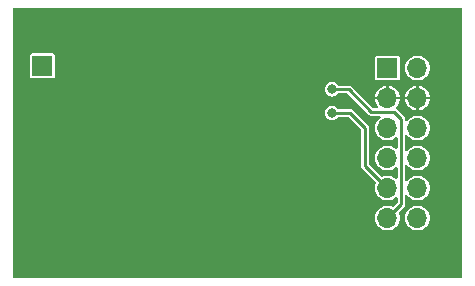
<source format=gbr>
%TF.GenerationSoftware,KiCad,Pcbnew,7.0.1*%
%TF.CreationDate,2023-04-28T09:34:28+02:00*%
%TF.ProjectId,RA01_ANT,52413031-5f41-44e5-942e-6b696361645f,rev?*%
%TF.SameCoordinates,Original*%
%TF.FileFunction,Copper,L2,Bot*%
%TF.FilePolarity,Positive*%
%FSLAX46Y46*%
G04 Gerber Fmt 4.6, Leading zero omitted, Abs format (unit mm)*
G04 Created by KiCad (PCBNEW 7.0.1) date 2023-04-28 09:34:28*
%MOMM*%
%LPD*%
G01*
G04 APERTURE LIST*
%TA.AperFunction,ComponentPad*%
%ADD10R,1.700000X1.700000*%
%TD*%
%TA.AperFunction,ComponentPad*%
%ADD11O,1.700000X1.700000*%
%TD*%
%TA.AperFunction,ViaPad*%
%ADD12C,0.800000*%
%TD*%
%TA.AperFunction,Conductor*%
%ADD13C,0.250000*%
%TD*%
G04 APERTURE END LIST*
D10*
%TO.P,J1,1,Pin_1*%
%TO.N,VCC*%
X149860000Y-43180000D03*
D11*
%TO.P,J1,2,Pin_2*%
X152400000Y-43180000D03*
%TO.P,J1,3,Pin_3*%
%TO.N,GND*%
X149860000Y-45720000D03*
%TO.P,J1,4,Pin_4*%
X152400000Y-45720000D03*
%TO.P,J1,5,Pin_5*%
%TO.N,SCK*%
X149860000Y-48260000D03*
%TO.P,J1,6,Pin_6*%
%TO.N,unconnected-(J1-Pin_6-Pad6)*%
X152400000Y-48260000D03*
%TO.P,J1,7,Pin_7*%
%TO.N,MISO*%
X149860000Y-50800000D03*
%TO.P,J1,8,Pin_8*%
%TO.N,unconnected-(J1-Pin_8-Pad8)*%
X152400000Y-50800000D03*
%TO.P,J1,9,Pin_9*%
%TO.N,MOSI*%
X149860000Y-53340000D03*
%TO.P,J1,10,Pin_10*%
%TO.N,nRESET*%
X152400000Y-53340000D03*
%TO.P,J1,11,Pin_11*%
%TO.N,nCS*%
X149860000Y-55880000D03*
%TO.P,J1,12,Pin_12*%
%TO.N,DIO0*%
X152400000Y-55880000D03*
%TD*%
D10*
%TO.P,J2,1,Pin_1*%
%TO.N,Net-(J2-Pin_1)*%
X120650000Y-42990000D03*
%TD*%
D12*
%TO.N,GND*%
X131445000Y-55880000D03*
X126365000Y-55880000D03*
%TO.N,nCS*%
X145160000Y-44990000D03*
%TO.N,MOSI*%
X145160000Y-46990000D03*
%TD*%
D13*
%TO.N,nCS*%
X151035000Y-54705000D02*
X151035000Y-47530000D01*
X149860000Y-55880000D02*
X151035000Y-54705000D01*
X151035000Y-47530000D02*
X150400000Y-46895000D01*
X148495000Y-46895000D02*
X146590000Y-44990000D01*
X146590000Y-44990000D02*
X145160000Y-44990000D01*
X150400000Y-46895000D02*
X148495000Y-46895000D01*
%TO.N,MOSI*%
X149860000Y-53340000D02*
X147955000Y-51435000D01*
X146685000Y-46990000D02*
X145160000Y-46990000D01*
X147955000Y-48260000D02*
X146685000Y-46990000D01*
X147955000Y-51435000D02*
X147955000Y-48260000D01*
%TD*%
%TA.AperFunction,Conductor*%
%TO.N,GND*%
G36*
X156135000Y-38138763D02*
G01*
X156171237Y-38175000D01*
X156184500Y-38224500D01*
X156184500Y-60835500D01*
X156171237Y-60885000D01*
X156135000Y-60921237D01*
X156085500Y-60934500D01*
X118234500Y-60934500D01*
X118185000Y-60921237D01*
X118148763Y-60885000D01*
X118135500Y-60835500D01*
X118135500Y-46990000D01*
X144554318Y-46990000D01*
X144574955Y-47146761D01*
X144635464Y-47292841D01*
X144731717Y-47418282D01*
X144790849Y-47463655D01*
X144857159Y-47514536D01*
X145003238Y-47575044D01*
X145160000Y-47595682D01*
X145316762Y-47575044D01*
X145462841Y-47514536D01*
X145588282Y-47418282D01*
X145609742Y-47390315D01*
X145637429Y-47354233D01*
X145672184Y-47325710D01*
X145715971Y-47315500D01*
X146509166Y-47315500D01*
X146547052Y-47323036D01*
X146579170Y-47344496D01*
X147600504Y-48365831D01*
X147621964Y-48397949D01*
X147629500Y-48435835D01*
X147629500Y-51416466D01*
X147629123Y-51425096D01*
X147625735Y-51463807D01*
X147635795Y-51501350D01*
X147637663Y-51509778D01*
X147644411Y-51548042D01*
X147644412Y-51548045D01*
X147645166Y-51549352D01*
X147655055Y-51573225D01*
X147655446Y-51574685D01*
X147677732Y-51606514D01*
X147682370Y-51613794D01*
X147701803Y-51647452D01*
X147701805Y-51647454D01*
X147701806Y-51647455D01*
X147731583Y-51672441D01*
X147737938Y-51678264D01*
X148871497Y-52811823D01*
X148894147Y-52846953D01*
X148900281Y-52888299D01*
X148888805Y-52928492D01*
X148884767Y-52936045D01*
X148824699Y-53134066D01*
X148804416Y-53339999D01*
X148824699Y-53545933D01*
X148884767Y-53743952D01*
X148884768Y-53743954D01*
X148982315Y-53926450D01*
X149113590Y-54086410D01*
X149273550Y-54217685D01*
X149456046Y-54315232D01*
X149654066Y-54375300D01*
X149860000Y-54395583D01*
X150065934Y-54375300D01*
X150263954Y-54315232D01*
X150446450Y-54217685D01*
X150547694Y-54134596D01*
X150598381Y-54112869D01*
X150652828Y-54121629D01*
X150694141Y-54158159D01*
X150709500Y-54211124D01*
X150709500Y-54529167D01*
X150701964Y-54567053D01*
X150680503Y-54599171D01*
X150388175Y-54891497D01*
X150353044Y-54914148D01*
X150311696Y-54920281D01*
X150271503Y-54908803D01*
X150263952Y-54904766D01*
X150065933Y-54844699D01*
X149860000Y-54824416D01*
X149654066Y-54844699D01*
X149456047Y-54904767D01*
X149273549Y-55002315D01*
X149113590Y-55133590D01*
X148982315Y-55293549D01*
X148884767Y-55476047D01*
X148824699Y-55674066D01*
X148804416Y-55880000D01*
X148824699Y-56085933D01*
X148884767Y-56283952D01*
X148884768Y-56283954D01*
X148982315Y-56466450D01*
X149113590Y-56626410D01*
X149273550Y-56757685D01*
X149456046Y-56855232D01*
X149654066Y-56915300D01*
X149860000Y-56935583D01*
X150065934Y-56915300D01*
X150263954Y-56855232D01*
X150446450Y-56757685D01*
X150606410Y-56626410D01*
X150737685Y-56466450D01*
X150835232Y-56283954D01*
X150895300Y-56085934D01*
X150915583Y-55880000D01*
X151344416Y-55880000D01*
X151364699Y-56085933D01*
X151424767Y-56283952D01*
X151424768Y-56283954D01*
X151522315Y-56466450D01*
X151653590Y-56626410D01*
X151813550Y-56757685D01*
X151996046Y-56855232D01*
X152194066Y-56915300D01*
X152400000Y-56935583D01*
X152605934Y-56915300D01*
X152803954Y-56855232D01*
X152986450Y-56757685D01*
X153146410Y-56626410D01*
X153277685Y-56466450D01*
X153375232Y-56283954D01*
X153435300Y-56085934D01*
X153455583Y-55880000D01*
X153435300Y-55674066D01*
X153375232Y-55476046D01*
X153277685Y-55293550D01*
X153146410Y-55133590D01*
X152986450Y-55002315D01*
X152803954Y-54904768D01*
X152803953Y-54904767D01*
X152803952Y-54904767D01*
X152605933Y-54844699D01*
X152400000Y-54824416D01*
X152194066Y-54844699D01*
X151996047Y-54904767D01*
X151813549Y-55002315D01*
X151653590Y-55133590D01*
X151522315Y-55293549D01*
X151424767Y-55476047D01*
X151364699Y-55674066D01*
X151344416Y-55880000D01*
X150915583Y-55880000D01*
X150895300Y-55674066D01*
X150835232Y-55476046D01*
X150831196Y-55468495D01*
X150819718Y-55428301D01*
X150825851Y-55386953D01*
X150848500Y-55351824D01*
X151252066Y-54948258D01*
X151258410Y-54942444D01*
X151288194Y-54917455D01*
X151307632Y-54883785D01*
X151312254Y-54876529D01*
X151334554Y-54844684D01*
X151334942Y-54843232D01*
X151344838Y-54819343D01*
X151345588Y-54818045D01*
X151352335Y-54779777D01*
X151354201Y-54771359D01*
X151364264Y-54733807D01*
X151360876Y-54695093D01*
X151360500Y-54686466D01*
X151360500Y-54005965D01*
X151378559Y-53948960D01*
X151426148Y-53912752D01*
X151485904Y-53910551D01*
X151536028Y-53943160D01*
X151653590Y-54086410D01*
X151813550Y-54217685D01*
X151996046Y-54315232D01*
X152194066Y-54375300D01*
X152400000Y-54395583D01*
X152605934Y-54375300D01*
X152803954Y-54315232D01*
X152986450Y-54217685D01*
X153146410Y-54086410D01*
X153277685Y-53926450D01*
X153375232Y-53743954D01*
X153435300Y-53545934D01*
X153455583Y-53340000D01*
X153435300Y-53134066D01*
X153375232Y-52936046D01*
X153277685Y-52753550D01*
X153146410Y-52593590D01*
X152986450Y-52462315D01*
X152803954Y-52364768D01*
X152803953Y-52364767D01*
X152803952Y-52364767D01*
X152605933Y-52304699D01*
X152400000Y-52284416D01*
X152194066Y-52304699D01*
X151996047Y-52364767D01*
X151813549Y-52462315D01*
X151653590Y-52593590D01*
X151536028Y-52736840D01*
X151485904Y-52769449D01*
X151426148Y-52767248D01*
X151378559Y-52731040D01*
X151360500Y-52674035D01*
X151360500Y-51465965D01*
X151378559Y-51408960D01*
X151426148Y-51372752D01*
X151485904Y-51370551D01*
X151536028Y-51403160D01*
X151578323Y-51454697D01*
X151653590Y-51546410D01*
X151813550Y-51677685D01*
X151996046Y-51775232D01*
X152194065Y-51835299D01*
X152194066Y-51835300D01*
X152399999Y-51855583D01*
X152399999Y-51855582D01*
X152400000Y-51855583D01*
X152605934Y-51835300D01*
X152803954Y-51775232D01*
X152986450Y-51677685D01*
X153146410Y-51546410D01*
X153277685Y-51386450D01*
X153375232Y-51203954D01*
X153435300Y-51005934D01*
X153455583Y-50800000D01*
X153435300Y-50594066D01*
X153375232Y-50396046D01*
X153277685Y-50213550D01*
X153146410Y-50053590D01*
X152986450Y-49922315D01*
X152803954Y-49824768D01*
X152803953Y-49824767D01*
X152803952Y-49824767D01*
X152605933Y-49764699D01*
X152399999Y-49744416D01*
X152194066Y-49764699D01*
X151996047Y-49824767D01*
X151813549Y-49922315D01*
X151653590Y-50053590D01*
X151536028Y-50196840D01*
X151485904Y-50229449D01*
X151426148Y-50227248D01*
X151378559Y-50191040D01*
X151360500Y-50134035D01*
X151360500Y-48925965D01*
X151378559Y-48868960D01*
X151426148Y-48832752D01*
X151485904Y-48830551D01*
X151536028Y-48863160D01*
X151653590Y-49006410D01*
X151813550Y-49137685D01*
X151996046Y-49235232D01*
X152194066Y-49295300D01*
X152400000Y-49315583D01*
X152605934Y-49295300D01*
X152803954Y-49235232D01*
X152986450Y-49137685D01*
X153146410Y-49006410D01*
X153277685Y-48846450D01*
X153375232Y-48663954D01*
X153435300Y-48465934D01*
X153455583Y-48260000D01*
X153435300Y-48054066D01*
X153375232Y-47856046D01*
X153277685Y-47673550D01*
X153146410Y-47513590D01*
X152986450Y-47382315D01*
X152803954Y-47284768D01*
X152803953Y-47284767D01*
X152803952Y-47284767D01*
X152605933Y-47224699D01*
X152400000Y-47204416D01*
X152194066Y-47224699D01*
X151996047Y-47284767D01*
X151813549Y-47382315D01*
X151653590Y-47513590D01*
X151536028Y-47656840D01*
X151485904Y-47689449D01*
X151426148Y-47687248D01*
X151378559Y-47651040D01*
X151360500Y-47594035D01*
X151360500Y-47548534D01*
X151360877Y-47539904D01*
X151364264Y-47501193D01*
X151354205Y-47463655D01*
X151352335Y-47455220D01*
X151351543Y-47450732D01*
X151345588Y-47416955D01*
X151344834Y-47415650D01*
X151334943Y-47391768D01*
X151334942Y-47391765D01*
X151334554Y-47390316D01*
X151312260Y-47358477D01*
X151307633Y-47351215D01*
X151288194Y-47317545D01*
X151258428Y-47292568D01*
X151252060Y-47286734D01*
X150643268Y-46677942D01*
X150637434Y-46671574D01*
X150612455Y-46641805D01*
X150606858Y-46638574D01*
X150572719Y-46605801D01*
X150557692Y-46560926D01*
X150565211Y-46514203D01*
X150593559Y-46476309D01*
X150606054Y-46466054D01*
X150737269Y-46306170D01*
X150834768Y-46123763D01*
X150894808Y-45925835D01*
X150905232Y-45820000D01*
X151354767Y-45820000D01*
X151365191Y-45925835D01*
X151425231Y-46123763D01*
X151522730Y-46306170D01*
X151653945Y-46466054D01*
X151813829Y-46597269D01*
X151996236Y-46694768D01*
X152194164Y-46754808D01*
X152299999Y-46765232D01*
X152300000Y-46765232D01*
X152500000Y-46765232D01*
X152605835Y-46754808D01*
X152803763Y-46694768D01*
X152986170Y-46597269D01*
X153146054Y-46466054D01*
X153277269Y-46306170D01*
X153374768Y-46123763D01*
X153434808Y-45925835D01*
X153445232Y-45820000D01*
X152500001Y-45820000D01*
X152500000Y-45820001D01*
X152500000Y-46765232D01*
X152300000Y-46765232D01*
X152300000Y-45820001D01*
X152299999Y-45820000D01*
X151354767Y-45820000D01*
X150905232Y-45820000D01*
X148814767Y-45820000D01*
X148825191Y-45925835D01*
X148885231Y-46123763D01*
X148982730Y-46306170D01*
X149066050Y-46407695D01*
X149087777Y-46458381D01*
X149079017Y-46512828D01*
X149042487Y-46554140D01*
X148989522Y-46569500D01*
X148670834Y-46569500D01*
X148632948Y-46561964D01*
X148600830Y-46540504D01*
X147680325Y-45619999D01*
X148814767Y-45619999D01*
X148814768Y-45620000D01*
X149759999Y-45620000D01*
X149760000Y-45619999D01*
X149760000Y-44674768D01*
X149759999Y-44674767D01*
X149960000Y-44674767D01*
X149960000Y-45619999D01*
X149960001Y-45620000D01*
X150905232Y-45620000D01*
X150905232Y-45619999D01*
X151354767Y-45619999D01*
X151354768Y-45620000D01*
X152299999Y-45620000D01*
X152300000Y-45619999D01*
X152300000Y-44674768D01*
X152299999Y-44674767D01*
X152500000Y-44674767D01*
X152500000Y-45619999D01*
X152500001Y-45620000D01*
X153445232Y-45620000D01*
X153445232Y-45619999D01*
X153434808Y-45514164D01*
X153374768Y-45316236D01*
X153277269Y-45133829D01*
X153146054Y-44973945D01*
X152986170Y-44842730D01*
X152803763Y-44745231D01*
X152605835Y-44685191D01*
X152500000Y-44674767D01*
X152299999Y-44674767D01*
X152194164Y-44685191D01*
X151996236Y-44745231D01*
X151813829Y-44842730D01*
X151653945Y-44973945D01*
X151522730Y-45133829D01*
X151425231Y-45316236D01*
X151365191Y-45514164D01*
X151354767Y-45619999D01*
X150905232Y-45619999D01*
X150894808Y-45514164D01*
X150834768Y-45316236D01*
X150737269Y-45133829D01*
X150606054Y-44973945D01*
X150446170Y-44842730D01*
X150263763Y-44745231D01*
X150065835Y-44685191D01*
X149960000Y-44674767D01*
X149759999Y-44674767D01*
X149654164Y-44685191D01*
X149456236Y-44745231D01*
X149273829Y-44842730D01*
X149113945Y-44973945D01*
X148982730Y-45133829D01*
X148885231Y-45316236D01*
X148825191Y-45514164D01*
X148814767Y-45619999D01*
X147680325Y-45619999D01*
X146833268Y-44772942D01*
X146827434Y-44766574D01*
X146802454Y-44736805D01*
X146768794Y-44717370D01*
X146761514Y-44712732D01*
X146729685Y-44690446D01*
X146728225Y-44690055D01*
X146704352Y-44680166D01*
X146703045Y-44679412D01*
X146703043Y-44679411D01*
X146703042Y-44679411D01*
X146664778Y-44672663D01*
X146656350Y-44670795D01*
X146618807Y-44660735D01*
X146583330Y-44663839D01*
X146580093Y-44664123D01*
X146571466Y-44664500D01*
X145715971Y-44664500D01*
X145672184Y-44654290D01*
X145637429Y-44625767D01*
X145588282Y-44561717D01*
X145462841Y-44465464D01*
X145316761Y-44404955D01*
X145160000Y-44384318D01*
X145003238Y-44404955D01*
X144857158Y-44465464D01*
X144731717Y-44561717D01*
X144635464Y-44687158D01*
X144574955Y-44833238D01*
X144554318Y-44990000D01*
X144574955Y-45146761D01*
X144635464Y-45292841D01*
X144731717Y-45418282D01*
X144827971Y-45492139D01*
X144857159Y-45514536D01*
X145003238Y-45575044D01*
X145160000Y-45595682D01*
X145316762Y-45575044D01*
X145462841Y-45514536D01*
X145588282Y-45418282D01*
X145588281Y-45418282D01*
X145637429Y-45354233D01*
X145672184Y-45325710D01*
X145715971Y-45315500D01*
X146414166Y-45315500D01*
X146452052Y-45323036D01*
X146484170Y-45344496D01*
X148251730Y-47112056D01*
X148257564Y-47118423D01*
X148281343Y-47146762D01*
X148282545Y-47148194D01*
X148316215Y-47167633D01*
X148323477Y-47172260D01*
X148355316Y-47194554D01*
X148356765Y-47194942D01*
X148356768Y-47194943D01*
X148380650Y-47204834D01*
X148381955Y-47205588D01*
X148415732Y-47211543D01*
X148420220Y-47212335D01*
X148428647Y-47214203D01*
X148466193Y-47224264D01*
X148504909Y-47220876D01*
X148513537Y-47220500D01*
X149194035Y-47220500D01*
X149251040Y-47238559D01*
X149287248Y-47286148D01*
X149289449Y-47345904D01*
X149256840Y-47396028D01*
X149113590Y-47513590D01*
X148982315Y-47673549D01*
X148884767Y-47856047D01*
X148824699Y-48054066D01*
X148804416Y-48259999D01*
X148824699Y-48465933D01*
X148884767Y-48663952D01*
X148884768Y-48663954D01*
X148982315Y-48846450D01*
X149113590Y-49006410D01*
X149273550Y-49137685D01*
X149456046Y-49235232D01*
X149654066Y-49295300D01*
X149860000Y-49315583D01*
X150065934Y-49295300D01*
X150263954Y-49235232D01*
X150446450Y-49137685D01*
X150547694Y-49054596D01*
X150598381Y-49032869D01*
X150652828Y-49041629D01*
X150694141Y-49078159D01*
X150709500Y-49131124D01*
X150709500Y-49928876D01*
X150694141Y-49981841D01*
X150652828Y-50018371D01*
X150598381Y-50027131D01*
X150547695Y-50005404D01*
X150446450Y-49922315D01*
X150263952Y-49824767D01*
X150065933Y-49764699D01*
X149859999Y-49744416D01*
X149654066Y-49764699D01*
X149456047Y-49824767D01*
X149273549Y-49922315D01*
X149113590Y-50053590D01*
X148982315Y-50213549D01*
X148884767Y-50396047D01*
X148824699Y-50594066D01*
X148804416Y-50800000D01*
X148824699Y-51005933D01*
X148884767Y-51203952D01*
X148884768Y-51203954D01*
X148982315Y-51386450D01*
X149113590Y-51546410D01*
X149273550Y-51677685D01*
X149456046Y-51775232D01*
X149654065Y-51835299D01*
X149654066Y-51835300D01*
X149859999Y-51855583D01*
X149859999Y-51855582D01*
X149860000Y-51855583D01*
X150065934Y-51835300D01*
X150263954Y-51775232D01*
X150446450Y-51677685D01*
X150547694Y-51594596D01*
X150598381Y-51572869D01*
X150652828Y-51581629D01*
X150694141Y-51618159D01*
X150709500Y-51671124D01*
X150709500Y-52468876D01*
X150694141Y-52521841D01*
X150652828Y-52558371D01*
X150598381Y-52567131D01*
X150547695Y-52545404D01*
X150446450Y-52462315D01*
X150336257Y-52403415D01*
X150263954Y-52364768D01*
X150263953Y-52364767D01*
X150263952Y-52364767D01*
X150065933Y-52304699D01*
X149860000Y-52284416D01*
X149654066Y-52304699D01*
X149456045Y-52364767D01*
X149448492Y-52368805D01*
X149408299Y-52380281D01*
X149366953Y-52374147D01*
X149331823Y-52351497D01*
X148309496Y-51329170D01*
X148288036Y-51297052D01*
X148280500Y-51259166D01*
X148280500Y-48278526D01*
X148280877Y-48269897D01*
X148284263Y-48231194D01*
X148284263Y-48231193D01*
X148274199Y-48193638D01*
X148272335Y-48185223D01*
X148265589Y-48146958D01*
X148265588Y-48146956D01*
X148265588Y-48146955D01*
X148264834Y-48145650D01*
X148254943Y-48121768D01*
X148254554Y-48120317D01*
X148254554Y-48120316D01*
X148232257Y-48088473D01*
X148227626Y-48081203D01*
X148208193Y-48047543D01*
X148178434Y-48022573D01*
X148172066Y-48016739D01*
X146928268Y-46772942D01*
X146922434Y-46766574D01*
X146897454Y-46736805D01*
X146863794Y-46717370D01*
X146856514Y-46712732D01*
X146824685Y-46690446D01*
X146823225Y-46690055D01*
X146799352Y-46680166D01*
X146798045Y-46679412D01*
X146798043Y-46679411D01*
X146798042Y-46679411D01*
X146759778Y-46672663D01*
X146751350Y-46670795D01*
X146713807Y-46660735D01*
X146678330Y-46663839D01*
X146675093Y-46664123D01*
X146666466Y-46664500D01*
X145715971Y-46664500D01*
X145672184Y-46654290D01*
X145637429Y-46625767D01*
X145588282Y-46561717D01*
X145462841Y-46465464D01*
X145316761Y-46404955D01*
X145160000Y-46384318D01*
X145003238Y-46404955D01*
X144857158Y-46465464D01*
X144731717Y-46561717D01*
X144635464Y-46687158D01*
X144574955Y-46833238D01*
X144554318Y-46990000D01*
X118135500Y-46990000D01*
X118135500Y-44049747D01*
X148809500Y-44049747D01*
X148821133Y-44108231D01*
X148865447Y-44174552D01*
X148909762Y-44204162D01*
X148931769Y-44218867D01*
X148990252Y-44230500D01*
X150729747Y-44230500D01*
X150729748Y-44230500D01*
X150788231Y-44218867D01*
X150854552Y-44174552D01*
X150898867Y-44108231D01*
X150910500Y-44049748D01*
X150910500Y-43179999D01*
X151344416Y-43179999D01*
X151364699Y-43385933D01*
X151424767Y-43583952D01*
X151424768Y-43583954D01*
X151522315Y-43766450D01*
X151653590Y-43926410D01*
X151813550Y-44057685D01*
X151996046Y-44155232D01*
X152194066Y-44215300D01*
X152400000Y-44235583D01*
X152605934Y-44215300D01*
X152803954Y-44155232D01*
X152986450Y-44057685D01*
X153146410Y-43926410D01*
X153277685Y-43766450D01*
X153375232Y-43583954D01*
X153435300Y-43385934D01*
X153455583Y-43180000D01*
X153435300Y-42974066D01*
X153375232Y-42776046D01*
X153277685Y-42593550D01*
X153146410Y-42433590D01*
X152986450Y-42302315D01*
X152803954Y-42204768D01*
X152803953Y-42204767D01*
X152803952Y-42204767D01*
X152605933Y-42144699D01*
X152400000Y-42124416D01*
X152194066Y-42144699D01*
X151996047Y-42204767D01*
X151813549Y-42302315D01*
X151653590Y-42433590D01*
X151522315Y-42593549D01*
X151424767Y-42776047D01*
X151364699Y-42974066D01*
X151344416Y-43179999D01*
X150910500Y-43179999D01*
X150910500Y-42310252D01*
X150898867Y-42251769D01*
X150884162Y-42229762D01*
X150854552Y-42185447D01*
X150788231Y-42141133D01*
X150788230Y-42141132D01*
X150729748Y-42129500D01*
X148990252Y-42129500D01*
X148961010Y-42135316D01*
X148931768Y-42141133D01*
X148865447Y-42185447D01*
X148821133Y-42251768D01*
X148809500Y-42310253D01*
X148809500Y-44049747D01*
X118135500Y-44049747D01*
X118135500Y-43859747D01*
X119599500Y-43859747D01*
X119611133Y-43918231D01*
X119655447Y-43984552D01*
X119699762Y-44014162D01*
X119721769Y-44028867D01*
X119780252Y-44040500D01*
X121519747Y-44040500D01*
X121519748Y-44040500D01*
X121578231Y-44028867D01*
X121644552Y-43984552D01*
X121688867Y-43918231D01*
X121700500Y-43859748D01*
X121700500Y-42120252D01*
X121688867Y-42061769D01*
X121674162Y-42039762D01*
X121644552Y-41995447D01*
X121578231Y-41951133D01*
X121578230Y-41951132D01*
X121519748Y-41939500D01*
X119780252Y-41939500D01*
X119751010Y-41945316D01*
X119721768Y-41951133D01*
X119655447Y-41995447D01*
X119611133Y-42061768D01*
X119599500Y-42120253D01*
X119599500Y-43859747D01*
X118135500Y-43859747D01*
X118135500Y-38224500D01*
X118148763Y-38175000D01*
X118185000Y-38138763D01*
X118234500Y-38125500D01*
X156085500Y-38125500D01*
X156135000Y-38138763D01*
G37*
%TD.AperFunction*%
%TD*%
M02*

</source>
